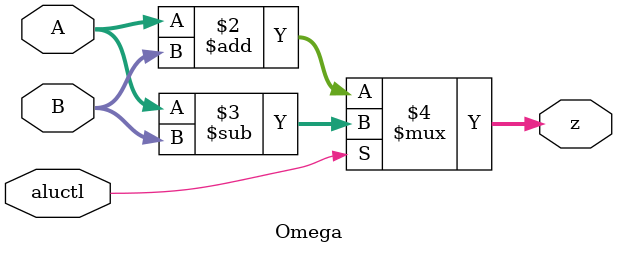
<source format=v>
module Omega(output [N-1:0] z,
	     input 	    aluctl,
	     input [N-1:0]  A,
	     input [N-1:0]  B);

   parameter N = 32;
   
   assign
     z = (aluctl == 0 ? A+B : A-B);
      
endmodule



</source>
